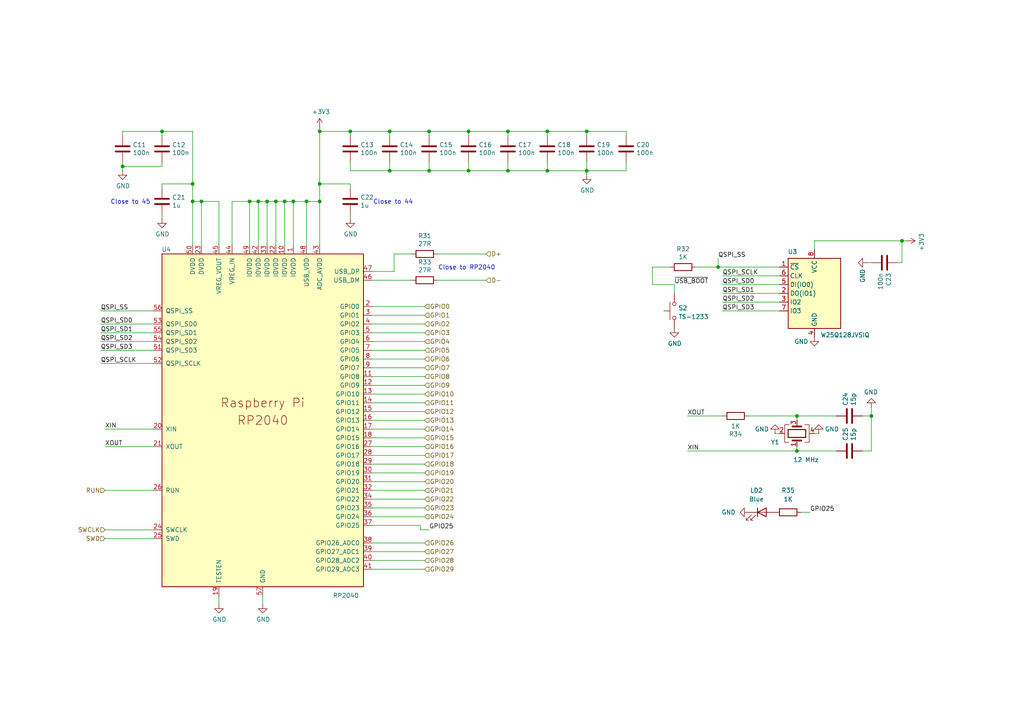
<source format=kicad_sch>
(kicad_sch (version 20250114) (generator "eeschema") (generator_version "9.0")
  (paper "A4")
  (title_block (title "FRANK RM1Z") (date "2025-03-06") (rev "1.00") (company "Mikhail Matveev") (comment 1 "https://github.com/xtremespb/frank"))
  (lib_symbols
    (symbol "+3V3_1" (power) (pin_numbers (hide yes)) (pin_names (offset 0) (hide yes))
      (property "Value" "+3V3" (at 0 3.556 0))
      (symbol "+3V3_1_0_1"
        (polyline (pts (xy -0.762 1.27) (xy 0 2.54)))
        (polyline (pts (xy 0 2.54) (xy 0.762 1.27)))
        (polyline (pts (xy 0 0) (xy 0 2.54)))
      )
      (symbol "+3V3_1_1_1"
        (pin power_in line (at 0 0 90) (length 0) (name "~") (number "1"))
      )
    )
    (symbol "Device:C" (pin_numbers (hide yes)) (pin_names (offset 0.254))
      (property "Reference" "C" (at 0.635 2.54 0))
      (property "Value" "C" (at 0.635 -2.54 0))
      (symbol "C_0_1"
        (polyline (pts (xy -2.032 0.762) (xy 2.032 0.762)) (stroke (width 0.508)))
        (polyline (pts (xy -2.032 -0.762) (xy 2.032 -0.762)) (stroke (width 0.508)))
      )
      (symbol "C_1_1"
        (pin passive line (at 0 3.81 270) (length 2.794) (name "~") (number "1"))
        (pin passive line (at 0 -3.81 90) (length 2.794) (name "~") (number "2"))
      )
    )
    (symbol "Device:Crystal_GND24" (pin_names (offset 1.016) (hide yes))
      (property "Reference" "Y" (at 3.175 5.08 0))
      (property "Value" "Crystal_GND24" (at 3.175 3.175 0))
      (symbol "Crystal_GND24_0_1"
        (polyline (pts (xy -2.54 2.286) (xy -2.54 3.556) (xy 2.54 3.556) (xy 2.54 2.286)))
        (polyline (pts (xy -2.54 0) (xy -2.032 0)))
        (polyline (pts (xy -2.54 -2.286) (xy -2.54 -3.556) (xy 2.54 -3.556) (xy 2.54 -2.286)))
        (polyline (pts (xy -2.032 -1.27) (xy -2.032 1.27)) (stroke (width 0.508)))
        (rectangle (start -1.143 2.54) (end 1.143 -2.54) (stroke (width 0.3048)))
        (polyline (pts (xy 0 3.556) (xy 0 3.81)))
        (polyline (pts (xy 0 -3.81) (xy 0 -3.556)))
        (polyline (pts (xy 2.032 0) (xy 2.54 0)))
        (polyline (pts (xy 2.032 -1.27) (xy 2.032 1.27)) (stroke (width 0.508)))
      )
      (symbol "Crystal_GND24_1_1"
        (pin passive line (at -3.81 0 0) (length 1.27) (name "1") (number "1"))
        (pin passive line (at 0 5.08 270) (length 1.27) (name "2") (number "2"))
        (pin passive line (at 0 -5.08 90) (length 1.27) (name "4") (number "4"))
        (pin passive line (at 3.81 0 180) (length 1.27) (name "3") (number "3"))
      )
    )
    (symbol "Device:LED" (pin_numbers (hide yes)) (pin_names (offset 1.016) (hide yes))
      (property "Reference" "D" (at 0 2.54 0))
      (property "Value" "LED" (at 0 -2.54 0))
      (symbol "LED_0_1"
        (polyline (pts (xy -3.048 -0.762) (xy -4.572 -2.286) (xy -3.81 -2.286) (xy -4.572 -2.286) (xy -4.572 -1.524)))
        (polyline (pts (xy -1.778 -0.762) (xy -3.302 -2.286) (xy -2.54 -2.286) (xy -3.302 -2.286) (xy -3.302 -1.524)))
        (polyline (pts (xy -1.27 0) (xy 1.27 0)))
        (polyline (pts (xy -1.27 -1.27) (xy -1.27 1.27)) (stroke (width 0.254)))
        (polyline (pts (xy 1.27 -1.27) (xy 1.27 1.27) (xy -1.27 0) (xy 1.27 -1.27)) (stroke (width 0.254)))
      )
      (symbol "LED_1_1"
        (pin passive line (at -3.81 0 0) (length 2.54) (name "K") (number "1"))
        (pin passive line (at 3.81 0 180) (length 2.54) (name "A") (number "2"))
      )
    )
    (symbol "Device:R" (pin_numbers (hide yes)) (pin_names (offset 0))
      (property "Reference" "R" (at 2.032 0 90))
      (property "Value" "R" (at 0 0 90))
      (symbol "R_0_1"
        (rectangle (start -1.016 -2.54) (end 1.016 2.54) (stroke (width 0.254)))
      )
      (symbol "R_1_1"
        (pin passive line (at 0 3.81 270) (length 1.27) (name "~") (number "1"))
        (pin passive line (at 0 -3.81 90) (length 1.27) (name "~") (number "2"))
      )
    )
    (symbol "FRANK:Flash_W25Q128JVS"
      (property "Reference" "FL1" (at -6.35 12.065 0))
      (property "Value" "W25Q128JVSIQ" (at 8.89 -12.065 0))
      (symbol "Flash_W25Q128JVS_0_1"
        (rectangle (start -7.62 10.16) (end 7.62 -10.16) (stroke (width 0.254)) (fill (type background)))
      )
      (symbol "Flash_W25Q128JVS_1_1"
        (pin input line (at -10.16 7.62 0) (length 2.54) (name "~{CS}") (number "1"))
        (pin input line (at -10.16 5.08 0) (length 2.54) (name "CLK") (number "6"))
        (pin bidirectional line (at -10.16 2.54 0) (length 2.54) (name "DI(IO0)") (number "5"))
        (pin bidirectional line (at -10.16 0 0) (length 2.54) (name "DO(IO1)") (number "2"))
        (pin bidirectional line (at -10.16 -2.54 0) (length 2.54) (name "IO2") (number "3"))
        (pin bidirectional line (at -10.16 -5.08 0) (length 2.54) (name "IO3") (number "7"))
        (pin power_in line (at 0 12.7 270) (length 2.54) (name "VCC") (number "8"))
        (pin power_in line (at 0 -12.7 90) (length 2.54) (name "GND") (number "4"))
      )
    )
    (symbol "FRANK:RP2040" (pin_names (offset 1.016))
      (property "Reference" "RP1" (at -27.94 49.53 0))
      (property "Value" "RP2040" (at 24.13 -50.8 0))
      (symbol "RP2040_0_0"
        (text "Raspberry Pi" (at 0 5.08 0) (effects (font (size 2.54 2.54))))
        (text "RP2040" (at 0 0 0) (effects (font (size 2.54 2.54))))
      )
      (symbol "RP2040_0_1"
        (rectangle (start 29.21 48.26) (end -29.21 -48.26) (stroke (width 0.254)) (fill (type background)))
      )
      (symbol "RP2040_1_1"
        (pin bidirectional line (at -31.75 31.75 0) (length 2.54) (name "QSPI_SS") (number "56"))
        (pin bidirectional line (at -31.75 27.94 0) (length 2.54) (name "QSPI_SD0") (number "53"))
        (pin bidirectional line (at -31.75 25.4 0) (length 2.54) (name "QSPI_SD1") (number "55"))
        (pin bidirectional line (at -31.75 22.86 0) (length 2.54) (name "QSPI_SD2") (number "54"))
        (pin bidirectional line (at -31.75 20.32 0) (length 2.54) (name "QSPI_SD3") (number "51"))
        (pin output line (at -31.75 16.51 0) (length 2.54) (name "QSPI_SCLK") (number "52"))
        (pin input line (at -31.75 -2.54 0) (length 2.54) (name "XIN") (number "20"))
        (pin passive line (at -31.75 -7.62 0) (length 2.54) (name "XOUT") (number "21"))
        (pin input line (at -31.75 -20.32 0) (length 2.54) (name "RUN") (number "26"))
        (pin output line (at -31.75 -31.75 0) (length 2.54) (name "SWCLK") (number "24"))
        (pin bidirectional line (at -31.75 -34.29 0) (length 2.54) (name "SWD") (number "25"))
        (pin power_in line (at -20.32 50.8 270) (length 2.54) (name "DVDD") (number "50"))
        (pin power_in line (at -17.78 50.8 270) (length 2.54) (name "DVDD") (number "23"))
        (pin power_out line (at -12.7 50.8 270) (length 2.54) (name "VREG_VOUT") (number "45"))
        (pin passive line (at -12.7 -50.8 90) (length 2.54) (name "TESTEN") (number "19"))
        (pin power_in line (at -8.89 50.8 270) (length 2.54) (name "VREG_IN") (number "44"))
        (pin power_in line (at -3.81 50.8 270) (length 2.54) (name "IOVDD") (number "49"))
        (pin power_in line (at -1.27 50.8 270) (length 2.54) (name "IOVDD") (number "42"))
        (pin power_in line (at 0 -50.8 90) (length 2.54) (name "GND") (number "57"))
        (pin power_in line (at 1.27 50.8 270) (length 2.54) (name "IOVDD") (number "33"))
        (pin power_in line (at 3.81 50.8 270) (length 2.54) (name "IOVDD") (number "22"))
        (pin power_in line (at 6.35 50.8 270) (length 2.54) (name "IOVDD") (number "10"))
        (pin power_in line (at 8.89 50.8 270) (length 2.54) (name "IOVDD") (number "1"))
        (pin power_in line (at 12.7 50.8 270) (length 2.54) (name "USB_VDD") (number "48"))
        (pin power_in line (at 16.51 50.8 270) (length 2.54) (name "ADC_AVDD") (number "43"))
        (pin bidirectional line (at 31.75 43.18 180) (length 2.54) (name "USB_DP") (number "47"))
        (pin bidirectional line (at 31.75 40.64 180) (length 2.54) (name "USB_DM") (number "46"))
        (pin bidirectional line (at 31.75 33.02 180) (length 2.54) (name "GPIO0") (number "2"))
        (pin bidirectional line (at 31.75 30.48 180) (length 2.54) (name "GPIO1") (number "3"))
        (pin bidirectional line (at 31.75 27.94 180) (length 2.54) (name "GPIO2") (number "4"))
        (pin bidirectional line (at 31.75 25.4 180) (length 2.54) (name "GPIO3") (number "5"))
        (pin bidirectional line (at 31.75 22.86 180) (length 2.54) (name "GPIO4") (number "6"))
        (pin bidirectional line (at 31.75 20.32 180) (length 2.54) (name "GPIO5") (number "7"))
        (pin bidirectional line (at 31.75 17.78 180) (length 2.54) (name "GPIO6") (number "8"))
        (pin bidirectional line (at 31.75 15.24 180) (length 2.54) (name "GPIO7") (number "9"))
        (pin bidirectional line (at 31.75 12.7 180) (length 2.54) (name "GPIO8") (number "11"))
        (pin bidirectional line (at 31.75 10.16 180) (length 2.54) (name "GPIO9") (number "12"))
        (pin bidirectional line (at 31.75 7.62 180) (length 2.54) (name "GPIO10") (number "13"))
        (pin bidirectional line (at 31.75 5.08 180) (length 2.54) (name "GPIO11") (number "14"))
        (pin bidirectional line (at 31.75 2.54 180) (length 2.54) (name "GPIO12") (number "15"))
        (pin bidirectional line (at 31.75 0 180) (length 2.54) (name "GPIO13") (number "16"))
        (pin bidirectional line (at 31.75 -2.54 180) (length 2.54) (name "GPIO14") (number "17"))
        (pin bidirectional line (at 31.75 -5.08 180) (length 2.54) (name "GPIO15") (number "18"))
        (pin bidirectional line (at 31.75 -7.62 180) (length 2.54) (name "GPIO16") (number "27"))
        (pin bidirectional line (at 31.75 -10.16 180) (length 2.54) (name "GPIO17") (number "28"))
        (pin bidirectional line (at 31.75 -12.7 180) (length 2.54) (name "GPIO18") (number "29"))
        (pin bidirectional line (at 31.75 -15.24 180) (length 2.54) (name "GPIO19") (number "30"))
        (pin bidirectional line (at 31.75 -17.78 180) (length 2.54) (name "GPIO20") (number "31"))
        (pin bidirectional line (at 31.75 -20.32 180) (length 2.54) (name "GPIO21") (number "32"))
        (pin bidirectional line (at 31.75 -22.86 180) (length 2.54) (name "GPIO22") (number "34"))
        (pin bidirectional line (at 31.75 -25.4 180) (length 2.54) (name "GPIO23") (number "35"))
        (pin bidirectional line (at 31.75 -27.94 180) (length 2.54) (name "GPIO24") (number "36"))
        (pin bidirectional line (at 31.75 -30.48 180) (length 2.54) (name "GPIO25") (number "37"))
        (pin bidirectional line (at 31.75 -35.56 180) (length 2.54) (name "GPIO26_ADC0") (number "38"))
        (pin bidirectional line (at 31.75 -38.1 180) (length 2.54) (name "GPIO27_ADC1") (number "39"))
        (pin bidirectional line (at 31.75 -40.64 180) (length 2.54) (name "GPIO28_ADC2") (number "40"))
        (pin bidirectional line (at 31.75 -43.18 180) (length 2.54) (name "GPIO29_ADC3") (number "41"))
      )
    )
    (symbol "GND_10" (power) (pin_numbers (hide yes)) (pin_names (offset 0) (hide yes))
      (property "Value" "GND" (at 0 -3.81 0))
      (symbol "GND_10_0_1"
        (polyline (pts (xy 0 0) (xy 0 -1.27) (xy 1.27 -1.27) (xy 0 -2.54) (xy -1.27 -1.27) (xy 0 -1.27)))
      )
      (symbol "GND_10_1_1"
        (pin power_in line (at 0 0 270) (length 0) (name "~") (number "1"))
      )
    )
    (symbol "GND_11" (power) (pin_numbers (hide yes)) (pin_names (offset 0) (hide yes))
      (property "Value" "GND" (at 0 -3.81 0))
      (symbol "GND_11_0_1"
        (polyline (pts (xy 0 0) (xy 0 -1.27) (xy 1.27 -1.27) (xy 0 -2.54) (xy -1.27 -1.27) (xy 0 -1.27)))
      )
      (symbol "GND_11_1_1"
        (pin power_in line (at 0 0 270) (length 0) (name "~") (number "1"))
      )
    )
    (symbol "GND_12" (power) (pin_numbers (hide yes)) (pin_names (offset 0) (hide yes))
      (property "Value" "GND" (at 0 -3.81 0))
      (symbol "GND_12_0_1"
        (polyline (pts (xy 0 0) (xy 0 -1.27) (xy 1.27 -1.27) (xy 0 -2.54) (xy -1.27 -1.27) (xy 0 -1.27)))
      )
      (symbol "GND_12_1_1"
        (pin power_in line (at 0 0 270) (length 0) (name "~") (number "1"))
      )
    )
    (symbol "GND_2" (power) (pin_numbers (hide yes)) (pin_names (offset 0) (hide yes))
      (property "Value" "GND" (at 0 -3.81 0))
      (symbol "GND_2_0_1"
        (polyline (pts (xy 0 0) (xy 0 -1.27) (xy 1.27 -1.27) (xy 0 -2.54) (xy -1.27 -1.27) (xy 0 -1.27)))
      )
      (symbol "GND_2_1_1"
        (pin power_in line (at 0 0 270) (length 0) (name "~") (number "1"))
      )
    )
    (symbol "GND_3" (power) (pin_numbers (hide yes)) (pin_names (offset 0) (hide yes))
      (property "Value" "GND" (at 0 -3.81 0))
      (symbol "GND_3_0_1"
        (polyline (pts (xy 0 0) (xy 0 -1.27) (xy 1.27 -1.27) (xy 0 -2.54) (xy -1.27 -1.27) (xy 0 -1.27)))
      )
      (symbol "GND_3_1_1"
        (pin power_in line (at 0 0 270) (length 0) (name "~") (number "1"))
      )
    )
    (symbol "GND_4" (power) (pin_numbers (hide yes)) (pin_names (offset 0) (hide yes))
      (property "Value" "GND" (at 0 -3.81 0))
      (symbol "GND_4_0_1"
        (polyline (pts (xy 0 0) (xy 0 -1.27) (xy 1.27 -1.27) (xy 0 -2.54) (xy -1.27 -1.27) (xy 0 -1.27)))
      )
      (symbol "GND_4_1_1"
        (pin power_in line (at 0 0 270) (length 0) (name "~") (number "1"))
      )
    )
    (symbol "GND_5" (power) (pin_numbers (hide yes)) (pin_names (offset 0) (hide yes))
      (property "Value" "GND" (at 0 -3.81 0))
      (symbol "GND_5_0_1"
        (polyline (pts (xy 0 0) (xy 0 -1.27) (xy 1.27 -1.27) (xy 0 -2.54) (xy -1.27 -1.27) (xy 0 -1.27)))
      )
      (symbol "GND_5_1_1"
        (pin power_in line (at 0 0 270) (length 0) (name "~") (number "1"))
      )
    )
    (symbol "GND_6" (power) (pin_numbers (hide yes)) (pin_names (offset 0) (hide yes))
      (property "Value" "GND" (at 0 -3.81 0))
      (symbol "GND_6_0_1"
        (polyline (pts (xy 0 0) (xy 0 -1.27) (xy 1.27 -1.27) (xy 0 -2.54) (xy -1.27 -1.27) (xy 0 -1.27)))
      )
      (symbol "GND_6_1_1"
        (pin power_in line (at 0 0 270) (length 0) (name "~") (number "1"))
      )
    )
    (symbol "GND_7" (power) (pin_numbers (hide yes)) (pin_names (offset 0) (hide yes))
      (property "Value" "GND" (at 0 -3.81 0))
      (symbol "GND_7_0_1"
        (polyline (pts (xy 0 0) (xy 0 -1.27) (xy 1.27 -1.27) (xy 0 -2.54) (xy -1.27 -1.27) (xy 0 -1.27)))
      )
      (symbol "GND_7_1_1"
        (pin power_in line (at 0 0 270) (length 0) (name "~") (number "1"))
      )
    )
    (symbol "GND_8" (power) (pin_numbers (hide yes)) (pin_names (offset 0) (hide yes))
      (property "Value" "GND" (at 0 -3.81 0))
      (symbol "GND_8_0_1"
        (polyline (pts (xy 0 0) (xy 0 -1.27) (xy 1.27 -1.27) (xy 0 -2.54) (xy -1.27 -1.27) (xy 0 -1.27)))
      )
      (symbol "GND_8_1_1"
        (pin power_in line (at 0 0 270) (length 0) (name "~") (number "1"))
      )
    )
    (symbol "GND_9" (power) (pin_numbers (hide yes)) (pin_names (offset 0) (hide yes))
      (property "Value" "GND" (at 0 -3.81 0))
      (symbol "GND_9_0_1"
        (polyline (pts (xy 0 0) (xy 0 -1.27) (xy 1.27 -1.27) (xy 0 -2.54) (xy -1.27 -1.27) (xy 0 -1.27)))
      )
      (symbol "GND_9_1_1"
        (pin power_in line (at 0 0 270) (length 0) (name "~") (number "1"))
      )
    )
    (symbol "Switch:SW_Push" (pin_numbers (hide yes)) (pin_names (offset 1.016) (hide yes))
      (property "Reference" "SW" (at 1.27 2.54 0))
      (property "Value" "SW_Push" (at 0 -1.524 0))
      (symbol "SW_Push_0_1"
        (circle (center -2.032 0) (radius 0.508))
        (polyline (pts (xy 0 1.27) (xy 0 3.048)))
        (circle (center 2.032 0) (radius 0.508))
        (polyline (pts (xy 2.54 1.27) (xy -2.54 1.27)))
        (pin passive line (at -5.08 0 0) (length 2.54) (name "1") (number "1"))
        (pin passive line (at 5.08 0 180) (length 2.54) (name "2") (number "2"))
      )
    )
    (symbol "power:+3V3" (power) (pin_numbers (hide yes)) (pin_names (offset 0) (hide yes))
      (property "Value" "+3V3" (at 0 3.556 0))
      (symbol "+3V3_0_1"
        (polyline (pts (xy -0.762 1.27) (xy 0 2.54)))
        (polyline (pts (xy 0 2.54) (xy 0.762 1.27)))
        (polyline (pts (xy 0 0) (xy 0 2.54)))
      )
      (symbol "+3V3_1_1"
        (pin power_in line (at 0 0 90) (length 0) (name "~") (number "1"))
      )
    )
    (symbol "power:GND" (power) (pin_numbers (hide yes)) (pin_names (offset 0) (hide yes))
      (property "Value" "GND" (at 0 -3.81 0))
      (symbol "GND_0_1"
        (polyline (pts (xy 0 0) (xy 0 -1.27) (xy 1.27 -1.27) (xy 0 -2.54) (xy -1.27 -1.27) (xy 0 -1.27)))
      )
      (symbol "GND_1_1"
        (pin power_in line (at 0 0 270) (length 0) (name "~") (number "1"))
      )
    )
  )
  (text "Close to 44" (at 114.046 58.674 0) (effects (font (size 1.27 1.27))))
  (text "Close to RP2040" (at 135.382 77.724 0) (effects (font (size 1.27 1.27))))
  (text "Close to 45" (at 37.846 58.674 0) (effects (font (size 1.27 1.27))))
  (junction (at 58.42 58.42))
  (junction (at 252.73 120.65))
  (junction (at 113.03 49.53))
  (junction (at 88.9 58.42))
  (junction (at 101.6 38.1))
  (junction (at 158.75 49.53))
  (junction (at 72.39 58.42))
  (junction (at 170.18 38.1))
  (junction (at 82.55 58.42))
  (junction (at 92.71 53.34))
  (junction (at 170.18 49.53))
  (junction (at 35.56 48.26))
  (junction (at 147.32 49.53))
  (junction (at 80.01 58.42))
  (junction (at 135.89 38.1))
  (junction (at 55.88 53.34))
  (junction (at 113.03 38.1))
  (junction (at 46.99 38.1))
  (junction (at 208.28 77.47))
  (junction (at 135.89 49.53))
  (junction (at 92.71 38.1))
  (junction (at 85.09 58.42))
  (junction (at 74.93 58.42))
  (junction (at 231.14 120.65))
  (junction (at 158.75 38.1))
  (junction (at 124.46 38.1))
  (junction (at 92.71 58.42))
  (junction (at 55.88 58.42))
  (junction (at 77.47 58.42))
  (junction (at 261.62 69.85))
  (junction (at 231.14 130.81))
  (junction (at 124.46 49.53))
  (junction (at 147.32 38.1))
  (wire (pts (xy 58.42 58.42) (xy 55.88 58.42)))
  (wire (pts (xy 226.06 82.55) (xy 209.55 82.55)))
  (wire (pts (xy 127 73.66) (xy 140.97 73.66)))
  (wire (pts (xy 107.95 104.14) (xy 123.19 104.14)))
  (wire (pts (xy 29.21 99.06) (xy 44.45 99.06)))
  (wire (pts (xy 121.92 152.4) (xy 107.95 152.4)))
  (wire (pts (xy 46.99 48.26) (xy 46.99 46.99)))
  (wire (pts (xy 170.18 46.99) (xy 170.18 49.53)))
  (wire (pts (xy 189.23 82.55) (xy 189.23 77.47)))
  (wire (pts (xy 114.3 73.66) (xy 114.3 78.74)))
  (wire (pts (xy 82.55 58.42) (xy 85.09 58.42)))
  (wire (pts (xy 158.75 39.37) (xy 158.75 38.1)))
  (wire (pts (xy 92.71 38.1) (xy 101.6 38.1)))
  (wire (pts (xy 101.6 46.99) (xy 101.6 49.53)))
  (wire (pts (xy 101.6 39.37) (xy 101.6 38.1)))
  (wire (pts (xy 67.31 58.42) (xy 72.39 58.42)))
  (wire (pts (xy 252.73 130.81) (xy 252.73 120.65)))
  (wire (pts (xy 252.73 76.2) (xy 251.46 76.2)))
  (wire (pts (xy 181.61 39.37) (xy 181.61 38.1)))
  (wire (pts (xy 107.95 142.24) (xy 123.19 142.24)))
  (wire (pts (xy 107.95 160.02) (xy 123.19 160.02)))
  (wire (pts (xy 113.03 39.37) (xy 113.03 38.1)))
  (wire (pts (xy 260.35 76.2) (xy 261.62 76.2)))
  (wire (pts (xy 101.6 62.23) (xy 101.6 63.5)))
  (wire (pts (xy 80.01 58.42) (xy 82.55 58.42)))
  (wire (pts (xy 242.57 130.81) (xy 231.14 130.81)))
  (wire (pts (xy 92.71 58.42) (xy 92.71 71.12)))
  (wire (pts (xy 63.5 71.12) (xy 63.5 58.42)))
  (wire (pts (xy 107.95 165.1) (xy 123.19 165.1)))
  (wire (pts (xy 195.58 85.09) (xy 195.58 82.55)))
  (wire (pts (xy 113.03 46.99) (xy 113.03 49.53)))
  (wire (pts (xy 236.22 69.85) (xy 261.62 69.85)))
  (wire (pts (xy 46.99 39.37) (xy 46.99 38.1)))
  (wire (pts (xy 208.28 77.47) (xy 226.06 77.47)))
  (wire (pts (xy 107.95 127) (xy 123.19 127)))
  (wire (pts (xy 189.23 77.47) (xy 194.31 77.47)))
  (wire (pts (xy 107.95 96.52) (xy 123.19 96.52)))
  (wire (pts (xy 181.61 46.99) (xy 181.61 49.53)))
  (wire (pts (xy 250.19 130.81) (xy 252.73 130.81)))
  (wire (pts (xy 46.99 62.23) (xy 46.99 63.5)))
  (wire (pts (xy 107.95 101.6) (xy 123.19 101.6)))
  (wire (pts (xy 46.99 54.61) (xy 46.99 53.34)))
  (wire (pts (xy 92.71 53.34) (xy 92.71 58.42)))
  (wire (pts (xy 29.21 105.41) (xy 44.45 105.41)))
  (wire (pts (xy 92.71 38.1) (xy 92.71 53.34)))
  (wire (pts (xy 127 81.28) (xy 140.97 81.28)))
  (wire (pts (xy 101.6 54.61) (xy 101.6 53.34)))
  (wire (pts (xy 88.9 71.12) (xy 88.9 58.42)))
  (wire (pts (xy 158.75 46.99) (xy 158.75 49.53)))
  (wire (pts (xy 55.88 53.34) (xy 55.88 58.42)))
  (wire (pts (xy 44.45 153.67) (xy 30.48 153.67)))
  (wire (pts (xy 107.95 124.46) (xy 123.19 124.46)))
  (wire (pts (xy 242.57 120.65) (xy 231.14 120.65)))
  (wire (pts (xy 107.95 139.7) (xy 123.19 139.7)))
  (wire (pts (xy 147.32 49.53) (xy 135.89 49.53)))
  (wire (pts (xy 72.39 58.42) (xy 74.93 58.42)))
  (wire (pts (xy 226.06 90.17) (xy 209.55 90.17)))
  (wire (pts (xy 101.6 38.1) (xy 113.03 38.1)))
  (wire (pts (xy 237.49 125.73) (xy 236.22 125.73)))
  (wire (pts (xy 209.55 80.01) (xy 226.06 80.01)))
  (wire (pts (xy 107.95 162.56) (xy 123.19 162.56)))
  (wire (pts (xy 67.31 71.12) (xy 67.31 58.42)))
  (wire (pts (xy 88.9 58.42) (xy 92.71 58.42)))
  (wire (pts (xy 46.99 53.34) (xy 55.88 53.34)))
  (wire (pts (xy 201.93 77.47) (xy 208.28 77.47)))
  (wire (pts (xy 35.56 46.99) (xy 35.56 48.26)))
  (wire (pts (xy 135.89 38.1) (xy 147.32 38.1)))
  (wire (pts (xy 107.95 99.06) (xy 123.19 99.06)))
  (wire (pts (xy 107.95 114.3) (xy 123.19 114.3)))
  (wire (pts (xy 147.32 38.1) (xy 158.75 38.1)))
  (wire (pts (xy 231.14 121.92) (xy 231.14 120.65)))
  (wire (pts (xy 55.88 38.1) (xy 55.88 53.34)))
  (wire (pts (xy 226.06 85.09) (xy 209.55 85.09)))
  (wire (pts (xy 236.22 72.39) (xy 236.22 69.85)))
  (wire (pts (xy 170.18 38.1) (xy 181.61 38.1)))
  (wire (pts (xy 250.19 120.65) (xy 252.73 120.65)))
  (wire (pts (xy 231.14 129.54) (xy 231.14 130.81)))
  (wire (pts (xy 114.3 73.66) (xy 119.38 73.66)))
  (wire (pts (xy 107.95 147.32) (xy 123.19 147.32)))
  (wire (pts (xy 107.95 129.54) (xy 123.19 129.54)))
  (wire (pts (xy 80.01 71.12) (xy 80.01 58.42)))
  (wire (pts (xy 147.32 46.99) (xy 147.32 49.53)))
  (wire (pts (xy 72.39 71.12) (xy 72.39 58.42)))
  (wire (pts (xy 107.95 106.68) (xy 123.19 106.68)))
  (wire (pts (xy 231.14 130.81) (xy 199.39 130.81)))
  (wire (pts (xy 158.75 38.1) (xy 170.18 38.1)))
  (wire (pts (xy 113.03 38.1) (xy 124.46 38.1)))
  (wire (pts (xy 63.5 172.72) (xy 63.5 175.26)))
  (wire (pts (xy 29.21 96.52) (xy 44.45 96.52)))
  (wire (pts (xy 107.95 132.08) (xy 123.19 132.08)))
  (wire (pts (xy 232.41 148.59) (xy 234.95 148.59)))
  (wire (pts (xy 209.55 120.65) (xy 199.39 120.65)))
  (wire (pts (xy 107.95 116.84) (xy 123.19 116.84)))
  (wire (pts (xy 107.95 78.74) (xy 114.3 78.74)))
  (wire (pts (xy 124.46 46.99) (xy 124.46 49.53)))
  (wire (pts (xy 262.89 69.85) (xy 261.62 69.85)))
  (wire (pts (xy 147.32 39.37) (xy 147.32 38.1)))
  (wire (pts (xy 231.14 120.65) (xy 217.17 120.65)))
  (wire (pts (xy 107.95 81.28) (xy 119.38 81.28)))
  (wire (pts (xy 35.56 48.26) (xy 46.99 48.26)))
  (wire (pts (xy 124.46 39.37) (xy 124.46 38.1)))
  (wire (pts (xy 29.21 90.17) (xy 44.45 90.17)))
  (wire (pts (xy 107.95 91.44) (xy 123.19 91.44)))
  (wire (pts (xy 158.75 49.53) (xy 147.32 49.53)))
  (wire (pts (xy 92.71 53.34) (xy 101.6 53.34)))
  (wire (pts (xy 252.73 120.65) (xy 252.73 118.11)))
  (wire (pts (xy 170.18 49.53) (xy 181.61 49.53)))
  (wire (pts (xy 55.88 58.42) (xy 55.88 71.12)))
  (wire (pts (xy 195.58 82.55) (xy 189.23 82.55)))
  (wire (pts (xy 44.45 142.24) (xy 30.48 142.24)))
  (wire (pts (xy 44.45 156.21) (xy 30.48 156.21)))
  (wire (pts (xy 170.18 39.37) (xy 170.18 38.1)))
  (wire (pts (xy 85.09 58.42) (xy 88.9 58.42)))
  (wire (pts (xy 121.92 153.67) (xy 124.46 153.67)))
  (wire (pts (xy 107.95 119.38) (xy 123.19 119.38)))
  (wire (pts (xy 135.89 46.99) (xy 135.89 49.53)))
  (wire (pts (xy 113.03 49.53) (xy 101.6 49.53)))
  (wire (pts (xy 63.5 58.42) (xy 58.42 58.42)))
  (wire (pts (xy 135.89 39.37) (xy 135.89 38.1)))
  (wire (pts (xy 226.06 87.63) (xy 209.55 87.63)))
  (wire (pts (xy 30.48 124.46) (xy 44.45 124.46)))
  (wire (pts (xy 124.46 38.1) (xy 135.89 38.1)))
  (wire (pts (xy 107.95 93.98) (xy 123.19 93.98)))
  (wire (pts (xy 135.89 49.53) (xy 124.46 49.53)))
  (wire (pts (xy 92.71 36.83) (xy 92.71 38.1)))
  (wire (pts (xy 121.92 153.67) (xy 121.92 152.4)))
  (wire (pts (xy 226.06 125.73) (xy 224.79 125.73)))
  (wire (pts (xy 107.95 121.92) (xy 123.19 121.92)))
  (wire (pts (xy 208.28 74.93) (xy 208.28 77.47)))
  (wire (pts (xy 124.46 49.53) (xy 113.03 49.53)))
  (wire (pts (xy 77.47 58.42) (xy 80.01 58.42)))
  (wire (pts (xy 46.99 38.1) (xy 55.88 38.1)))
  (wire (pts (xy 107.95 111.76) (xy 123.19 111.76)))
  (wire (pts (xy 85.09 58.42) (xy 85.09 71.12)))
  (wire (pts (xy 107.95 137.16) (xy 123.19 137.16)))
  (wire (pts (xy 29.21 93.98) (xy 44.45 93.98)))
  (wire (pts (xy 35.56 38.1) (xy 46.99 38.1)))
  (wire (pts (xy 35.56 39.37) (xy 35.56 38.1)))
  (wire (pts (xy 35.56 48.26) (xy 35.56 49.53)))
  (wire (pts (xy 158.75 49.53) (xy 170.18 49.53)))
  (wire (pts (xy 74.93 71.12) (xy 74.93 58.42)))
  (wire (pts (xy 30.48 129.54) (xy 44.45 129.54)))
  (wire (pts (xy 76.2 172.72) (xy 76.2 175.26)))
  (wire (pts (xy 74.93 58.42) (xy 77.47 58.42)))
  (wire (pts (xy 170.18 49.53) (xy 170.18 50.8)))
  (wire (pts (xy 107.95 134.62) (xy 123.19 134.62)))
  (wire (pts (xy 107.95 109.22) (xy 123.19 109.22)))
  (wire (pts (xy 77.47 71.12) (xy 77.47 58.42)))
  (wire (pts (xy 58.42 71.12) (xy 58.42 58.42)))
  (wire (pts (xy 107.95 157.48) (xy 123.19 157.48)))
  (wire (pts (xy 107.95 149.86) (xy 123.19 149.86)))
  (wire (pts (xy 261.62 76.2) (xy 261.62 69.85)))
  (wire (pts (xy 29.21 101.6) (xy 44.45 101.6)))
  (wire (pts (xy 107.95 88.9) (xy 123.19 88.9)))
  (wire (pts (xy 82.55 71.12) (xy 82.55 58.42)))
  (wire (pts (xy 107.95 144.78) (xy 123.19 144.78)))
  (label "QSPI_SD2" (at 209.55 87.63 0))
  (label "QSPI_SCLK" (at 29.21 105.41 0))
  (label "QSPI_SD0" (at 29.21 93.98 0))
  (label "QSPI_SS" (at 208.28 74.93 0))
  (label "XIN" (at 30.48 124.46 0))
  (label "QSPI_SCLK" (at 209.55 80.01 0))
  (label "QSPI_SD1" (at 29.21 96.52 0))
  (label "QSPI_SD3" (at 29.21 101.6 0))
  (label "GPIO25" (at 234.95 148.59 0))
  (label "XIN" (at 199.39 130.81 0))
  (label "GPIO25" (at 124.46 153.67 0))
  (label "~{USB_BOOT}" (at 195.58 82.55 0))
  (label "QSPI_SD0" (at 209.55 82.55 0))
  (label "XOUT" (at 199.39 120.65 0))
  (label "XOUT" (at 30.48 129.54 0))
  (label "QSPI_SD1" (at 209.55 85.09 0))
  (label "QSPI_SD3" (at 209.55 90.17 0))
  (label "QSPI_SD2" (at 29.21 99.06 0))
  (label "QSPI_SS" (at 29.21 90.17 0))
  (hierarchical_label "GPIO18" (shape input) (at 123.19 134.62 0))
  (hierarchical_label "GPIO29" (shape input) (at 123.19 165.1 0))
  (hierarchical_label "GPIO3" (shape input) (at 123.19 96.52 0))
  (hierarchical_label "GPIO15" (shape input) (at 123.19 127 0))
  (hierarchical_label "GPIO21" (shape input) (at 123.19 142.24 0))
  (hierarchical_label "GPIO16" (shape input) (at 123.19 129.54 0))
  (hierarchical_label "GPIO1" (shape input) (at 123.19 91.44 0))
  (hierarchical_label "D-" (shape input) (at 140.97 81.28 0))
  (hierarchical_label "GPIO11" (shape input) (at 123.19 116.84 0))
  (hierarchical_label "GPIO27" (shape input) (at 123.19 160.02 0))
  (hierarchical_label "D+" (shape input) (at 140.97 73.66 0))
  (hierarchical_label "GPIO20" (shape input) (at 123.19 139.7 0))
  (hierarchical_label "GPIO14" (shape input) (at 123.19 124.46 0))
  (hierarchical_label "GPIO8" (shape input) (at 123.19 109.22 0))
  (hierarchical_label "GPIO26" (shape input) (at 123.19 157.48 0))
  (hierarchical_label "GPIO22" (shape input) (at 123.19 144.78 0))
  (hierarchical_label "GPIO4" (shape input) (at 123.19 99.06 0))
  (hierarchical_label "GPIO7" (shape input) (at 123.19 106.68 0))
  (hierarchical_label "GPIO10" (shape input) (at 123.19 114.3 0))
  (hierarchical_label "SWD" (shape input) (at 30.48 156.21 180))
  (hierarchical_label "GPIO28" (shape input) (at 123.19 162.56 0))
  (hierarchical_label "GPIO23" (shape input) (at 123.19 147.32 0))
  (hierarchical_label "GPIO0" (shape input) (at 123.19 88.9 0))
  (hierarchical_label "GPIO5" (shape input) (at 123.19 101.6 0))
  (hierarchical_label "SWCLK" (shape input) (at 30.48 153.67 180))
  (hierarchical_label "GPIO13" (shape input) (at 123.19 121.92 0))
  (hierarchical_label "GPIO6" (shape input) (at 123.19 104.14 0))
  (hierarchical_label "GPIO2" (shape input) (at 123.19 93.98 0))
  (hierarchical_label "GPIO17" (shape input) (at 123.19 132.08 0))
  (hierarchical_label "GPIO12" (shape input) (at 123.19 119.38 0))
  (hierarchical_label "GPIO9" (shape input) (at 123.19 111.76 0))
  (hierarchical_label "GPIO24" (shape input) (at 123.19 149.86 0))
  (hierarchical_label "GPIO19" (shape input) (at 123.19 137.16 0))
  (hierarchical_label "RUN" (shape input) (at 30.48 142.24 180))
  (symbol (lib_id "Device:C") (at 46.99 43.18 0) (unit 1)
    (property "Reference" "C12" (at 49.911 42.0116 0) (effects (justify left)))
    (property "Value" "100n" (at 49.911 44.323 0) (effects (justify left)))
    (property "Footprint" "FRANK:Capacitor (0805)" (effects (hide yes)))
    (property "Datasheet" "https://eu.mouser.com/datasheet/2/447/KEM_C1075_X7R_HT_SMD-3316221.pdf" (effects (hide yes)))
    (property "AliExpress" "https://www.aliexpress.com/item/33008008276.html" (effects (hide yes)))
  )
  (symbol (lib_id "FRANK:RP2040") (at 76.2 121.92 0) (unit 1)
    (property "Reference" "U4" (at 48.26 72.39 0))
    (property "Value" "RP2040" (at 100.33 172.72 0))
    (property "Footprint" "FRANK:QFN 56" (effects (hide yes)))
    (property "Datasheet" "https://datasheets.raspberrypi.com/rp2040/rp2040-datasheet.pdf" (effects (hide yes)))
    (property "AliExpress" "https://www.aliexpress.com/item/1005007275652762.html" (effects (hide yes)))
  )
  (symbol (lib_id "Device:R") (at 228.6 148.59 90) (unit 1)
    (property "Reference" "R35" (at 228.6 142.24 90))
    (property "Value" "1K" (at 228.6 144.78 90))
    (property "Footprint" "FRANK:Resistor (0805)" (effects (hide yes)))
    (property "Datasheet" "https://www.vishay.com/docs/28952/mcs0402at-mct0603at-mcu0805at-mca1206at.pdf" (effects (hide yes)))
    (property "Description" "Resistor" (effects (hide yes)))
    (property "AliExpress" "https://www.aliexpress.com/item/1005005945735199.html" (effects (hide yes)))
  )
  (symbol (lib_id "Device:Crystal_GND24") (at 231.14 125.73 90) (unit 1)
    (property "Reference" "Y1" (at 226.06 128.27 90) (effects (justify left)))
    (property "Value" "12 MHz" (at 237.49 133.35 90) (effects (justify left)))
    (property "Footprint" "FRANK:Crystal (3225)" (effects (hide yes)))
    (property "Datasheet" "https://eu.mouser.com/datasheet/2/905/c_NX3225SA_e-1317523.pdf" (effects (hide yes)))
    (property "Description" "ABM8-272-T3" (effects (hide yes)))
    (property "AliExpress" "https://www.aliexpress.com/item/1005004661413307.html" (effects (hide yes)))
  )
  (symbol (lib_name "+3V3_1") (lib_id "power:+3V3") (at 92.71 36.83 0) (unit 1)
    (property "Reference" "#PWR054" (effects (hide yes)))
    (property "Value" "+3V3" (at 93.091 32.4358 0))
    (property "Description" "Power symbol creates a global label with name \"+3V3\"" (effects (hide yes)))
  )
  (symbol (lib_id "FRANK:Flash_W25Q128JVS") (at 236.22 85.09 0) (unit 1)
    (property "Reference" "U3" (at 229.87 73.025 0))
    (property "Value" "W25Q128JVSIQ" (at 245.11 97.155 0))
    (property "Footprint" "FRANK:SOIC-8" (effects (hide yes)))
    (property "Datasheet" "https://www.winbond.com/resource-files/w25q128jv_dtr%20revc%2003272018%20plus.pdf" (effects (hide yes)))
    (property "Description" "128Mb Serial Flash Memory, Standard/Dual/Quad SPI, SOIC-8" (effects (hide yes)))
    (property "AliExpress" "https://www.aliexpress.com/item/1005007820627233.html" (effects (hide yes)))
  )
  (symbol (lib_id "Device:C") (at 135.89 43.18 0) (unit 1)
    (property "Reference" "C16" (at 138.811 42.0116 0) (effects (justify left)))
    (property "Value" "100n" (at 138.811 44.323 0) (effects (justify left)))
    (property "Footprint" "FRANK:Capacitor (0805)" (effects (hide yes)))
    (property "Datasheet" "https://eu.mouser.com/datasheet/2/447/KEM_C1075_X7R_HT_SMD-3316221.pdf" (effects (hide yes)))
    (property "AliExpress" "https://www.aliexpress.com/item/33008008276.html" (effects (hide yes)))
  )
  (symbol (lib_name "GND_2") (lib_id "power:GND") (at 217.17 148.59 270) (unit 1)
    (property "Reference" "#PWR066" (effects (hide yes)))
    (property "Value" "GND" (at 213.36 148.5899 90) (effects (justify right)))
    (property "Description" "Power symbol creates a global label with name \"GND\" , ground" (effects (hide yes)))
  )
  (symbol (lib_id "Device:R") (at 123.19 81.28 270) (unit 1)
    (property "Reference" "R33" (at 123.19 76.0222 90))
    (property "Value" "27R" (at 123.19 78.3336 90))
    (property "Footprint" "FRANK:Resistor (0805)" (effects (hide yes)))
    (property "Datasheet" "https://www.vishay.com/docs/28952/mcs0402at-mct0603at-mcu0805at-mca1206at.pdf" (effects (hide yes)))
    (property "AliExpress" "https://www.aliexpress.com/item/1005005945735199.html" (effects (hide yes)))
  )
  (symbol (lib_id "Device:R") (at 123.19 73.66 270) (unit 1)
    (property "Reference" "R31" (at 123.19 68.4022 90))
    (property "Value" "27R" (at 123.19 70.7136 90))
    (property "Footprint" "FRANK:Resistor (0805)" (effects (hide yes)))
    (property "Datasheet" "https://www.vishay.com/docs/28952/mcs0402at-mct0603at-mcu0805at-mca1206at.pdf" (effects (hide yes)))
    (property "AliExpress" "https://www.aliexpress.com/item/1005005945735199.html" (effects (hide yes)))
  )
  (symbol (lib_name "GND_4") (lib_id "power:GND") (at 46.99 63.5 0) (unit 1)
    (property "Reference" "#PWR057" (effects (hide yes)))
    (property "Value" "GND" (at 47.117 67.8942 0))
    (property "Description" "Power symbol creates a global label with name \"GND\" , ground" (effects (hide yes)))
  )
  (symbol (lib_id "power:+3V3") (at 262.89 69.85 270) (unit 1)
    (property "Reference" "#PWR059" (effects (hide yes)))
    (property "Value" "+3V3" (at 267.2842 70.231 0))
    (property "Description" "Power symbol creates a global label with name \"+3V3\"" (effects (hide yes)))
  )
  (symbol (lib_id "Device:R") (at 213.36 120.65 90) (unit 1)
    (property "Reference" "R34" (at 213.36 125.9078 90))
    (property "Value" "1K" (at 213.36 123.5964 90))
    (property "Footprint" "FRANK:Resistor (0805)" (effects (hide yes)))
    (property "Datasheet" "https://www.vishay.com/docs/28952/mcs0402at-mct0603at-mcu0805at-mca1206at.pdf" (effects (hide yes)))
    (property "AliExpress" "https://www.aliexpress.com/item/1005005945735199.html" (effects (hide yes)))
  )
  (symbol (lib_name "GND_6") (lib_id "power:GND") (at 76.2 175.26 0) (unit 1)
    (property "Reference" "#PWR068" (effects (hide yes)))
    (property "Value" "GND" (at 76.327 179.6542 0))
    (property "Description" "Power symbol creates a global label with name \"GND\" , ground" (effects (hide yes)))
  )
  (symbol (lib_id "Device:C") (at 35.56 43.18 0) (unit 1)
    (property "Reference" "C11" (at 38.481 42.0116 0) (effects (justify left)))
    (property "Value" "100n" (at 38.481 44.323 0) (effects (justify left)))
    (property "Footprint" "FRANK:Capacitor (0805)" (effects (hide yes)))
    (property "Datasheet" "https://eu.mouser.com/datasheet/2/447/KEM_C1075_X7R_HT_SMD-3316221.pdf" (effects (hide yes)))
    (property "AliExpress" "https://www.aliexpress.com/item/33008008276.html" (effects (hide yes)))
  )
  (symbol (lib_name "GND_10") (lib_id "power:GND") (at 236.22 97.79 0) (unit 1)
    (property "Reference" "#PWR062" (effects (hide yes)))
    (property "Value" "GND" (at 232.41 99.06 0))
    (property "Description" "Power symbol creates a global label with name \"GND\" , ground" (effects (hide yes)))
  )
  (symbol (lib_name "GND_12") (lib_id "power:GND") (at 237.49 125.73 180) (unit 1)
    (property "Reference" "#PWR065" (effects (hide yes)))
    (property "Value" "GND" (at 241.3 124.46 0))
    (property "Description" "Power symbol creates a global label with name \"GND\" , ground" (effects (hide yes)))
  )
  (symbol (lib_name "GND_3") (lib_id "power:GND") (at 35.56 49.53 0) (unit 1)
    (property "Reference" "#PWR055" (effects (hide yes)))
    (property "Value" "GND" (at 35.687 53.9242 0))
    (property "Description" "Power symbol creates a global label with name \"GND\" , ground" (effects (hide yes)))
  )
  (symbol (lib_id "Device:C") (at 101.6 43.18 0) (unit 1)
    (property "Reference" "C13" (at 104.521 42.0116 0) (effects (justify left)))
    (property "Value" "100n" (at 104.521 44.323 0) (effects (justify left)))
    (property "Footprint" "FRANK:Capacitor (0805)" (effects (hide yes)))
    (property "Datasheet" "https://eu.mouser.com/datasheet/2/447/KEM_C1075_X7R_HT_SMD-3316221.pdf" (effects (hide yes)))
    (property "AliExpress" "https://www.aliexpress.com/item/33008008276.html" (effects (hide yes)))
  )
  (symbol (lib_name "GND_11") (lib_id "power:GND") (at 224.79 125.73 180) (unit 1)
    (property "Reference" "#PWR064" (effects (hide yes)))
    (property "Value" "GND" (at 220.98 124.46 0))
    (property "Description" "Power symbol creates a global label with name \"GND\" , ground" (effects (hide yes)))
  )
  (symbol (lib_name "GND_9") (lib_id "power:GND") (at 251.46 76.2 270) (unit 1)
    (property "Reference" "#PWR060" (effects (hide yes)))
    (property "Value" "GND" (at 250.19 80.01 0))
    (property "Description" "Power symbol creates a global label with name \"GND\" , ground" (effects (hide yes)))
  )
  (symbol (lib_id "Device:C") (at 113.03 43.18 0) (unit 1)
    (property "Reference" "C14" (at 115.951 42.0116 0) (effects (justify left)))
    (property "Value" "100n" (at 115.951 44.323 0) (effects (justify left)))
    (property "Footprint" "FRANK:Capacitor (0805)" (effects (hide yes)))
    (property "Datasheet" "https://eu.mouser.com/datasheet/2/447/KEM_C1075_X7R_HT_SMD-3316221.pdf" (effects (hide yes)))
    (property "AliExpress" "https://www.aliexpress.com/item/33008008276.html" (effects (hide yes)))
  )
  (symbol (lib_id "Device:C") (at 101.6 58.42 0) (unit 1)
    (property "Reference" "C22" (at 104.521 57.2516 0) (effects (justify left)))
    (property "Value" "1u" (at 104.521 59.563 0) (effects (justify left)))
    (property "Footprint" "FRANK:Capacitor (0805)" (effects (hide yes)))
    (property "Datasheet" "https://eu.mouser.com/datasheet/2/40/KGM_X7R-3223212.pdf" (effects (hide yes)))
    (property "AliExpress" "https://www.aliexpress.com/item/33008008276.html" (effects (hide yes)))
  )
  (symbol (lib_id "Device:C") (at 256.54 76.2 270) (unit 1)
    (property "Reference" "C23" (at 257.7084 79.121 0) (effects (justify left)))
    (property "Value" "100n" (at 255.397 79.121 0) (effects (justify left)))
    (property "Footprint" "FRANK:Capacitor (0805)" (effects (hide yes)))
    (property "Datasheet" "https://eu.mouser.com/datasheet/2/447/KEM_C1075_X7R_HT_SMD-3316221.pdf" (effects (hide yes)))
    (property "AliExpress" "https://www.aliexpress.com/item/33008008276.html" (effects (hide yes)))
  )
  (symbol (lib_id "power:GND") (at 195.58 95.25 0) (unit 1)
    (property "Reference" "#PWR061" (effects (hide yes)))
    (property "Value" "GND" (at 195.707 99.6442 0))
  )
  (symbol (lib_id "Device:C") (at 246.38 130.81 90) (unit 1)
    (property "Reference" "C25" (at 245.2116 127.889 0) (effects (justify left)))
    (property "Value" "15p" (at 247.523 127.889 0) (effects (justify left)))
    (property "Footprint" "FRANK:Capacitor (0805)" (effects (hide yes)))
    (property "Datasheet" "https://www.vishay.com/docs/45199/vjcommercialseries.pdf" (effects (hide yes)))
    (property "AliExpress" "https://www.aliexpress.com/item/33008008276.html" (effects (hide yes)))
  )
  (symbol (lib_id "Device:C") (at 181.61 43.18 0) (unit 1)
    (property "Reference" "C20" (at 184.531 42.0116 0) (effects (justify left)))
    (property "Value" "100n" (at 184.531 44.323 0) (effects (justify left)))
    (property "Footprint" "FRANK:Capacitor (0805)" (effects (hide yes)))
    (property "Datasheet" "https://eu.mouser.com/datasheet/2/447/KEM_C1075_X7R_HT_SMD-3316221.pdf" (effects (hide yes)))
    (property "AliExpress" "https://www.aliexpress.com/item/33008008276.html" (effects (hide yes)))
  )
  (symbol (lib_id "Switch:SW_Push") (at 195.58 90.17 90) (unit 1)
    (property "Reference" "S2" (at 196.723 89.3353 90) (effects (justify right)))
    (property "Value" "TS-1233" (at 196.723 91.8722 90) (effects (justify right)))
    (property "Footprint" "FRANK:Button (SMD, 3x3mm, 1-1)" (effects (hide yes)))
    (property "Datasheet" "https://img.klsele.com/admin/product_upload/20150508135408KLS7-TS3302.pdf" (effects (hide yes)))
  )
  (symbol (lib_id "Device:C") (at 246.38 120.65 90) (unit 1)
    (property "Reference" "C24" (at 245.2116 117.729 0) (effects (justify left)))
    (property "Value" "15p" (at 247.523 117.729 0) (effects (justify left)))
    (property "Footprint" "FRANK:Capacitor (0805)" (effects (hide yes)))
    (property "Datasheet" "https://www.vishay.com/docs/45199/vjcommercialseries.pdf" (effects (hide yes)))
    (property "AliExpress" "https://www.aliexpress.com/item/33008008276.html" (effects (hide yes)))
  )
  (symbol (lib_id "Device:LED") (at 220.98 148.59 0) (unit 1)
    (property "Reference" "LD2" (at 219.3925 142.24 0))
    (property "Value" "Blue" (at 219.3925 144.78 0))
    (property "Footprint" "FRANK:LED (0805)" (effects (hide yes)))
    (property "Description" "Light emitting diode" (effects (hide yes)))
    (property "AliExpress" "https://www.aliexpress.com/item/1005007252088951.html" (effects (hide yes)))
    (property "Sim.Pins" "1=K 2=A" (effects (hide yes)))
  )
  (symbol (lib_name "GND_8") (lib_id "power:GND") (at 170.18 50.8 0) (unit 1)
    (property "Reference" "#PWR056" (effects (hide yes)))
    (property "Value" "GND" (at 170.307 55.1942 0))
    (property "Description" "Power symbol creates a global label with name \"GND\" , ground" (effects (hide yes)))
  )
  (symbol (lib_id "power:GND") (at 252.73 118.11 180) (unit 1)
    (property "Reference" "#PWR063" (effects (hide yes)))
    (property "Value" "GND" (at 252.603 113.7158 0))
    (property "Description" "Power symbol creates a global label with name \"GND\" , ground" (effects (hide yes)))
  )
  (symbol (lib_id "Device:C") (at 46.99 58.42 0) (unit 1)
    (property "Reference" "C21" (at 49.911 57.2516 0) (effects (justify left)))
    (property "Value" "1u" (at 49.911 59.563 0) (effects (justify left)))
    (property "Footprint" "FRANK:Capacitor (0805)" (effects (hide yes)))
    (property "Datasheet" "https://eu.mouser.com/datasheet/2/40/KGM_X7R-3223212.pdf" (effects (hide yes)))
    (property "AliExpress" "https://www.aliexpress.com/item/33008008276.html" (effects (hide yes)))
  )
  (symbol (lib_id "Device:C") (at 124.46 43.18 0) (unit 1)
    (property "Reference" "C15" (at 127.381 42.0116 0) (effects (justify left)))
    (property "Value" "100n" (at 127.381 44.323 0) (effects (justify left)))
    (property "Footprint" "FRANK:Capacitor (0805)" (effects (hide yes)))
    (property "Datasheet" "https://eu.mouser.com/datasheet/2/447/KEM_C1075_X7R_HT_SMD-3316221.pdf" (effects (hide yes)))
    (property "AliExpress" "https://www.aliexpress.com/item/33008008276.html" (effects (hide yes)))
  )
  (symbol (lib_id "Device:C") (at 170.18 43.18 0) (unit 1)
    (property "Reference" "C19" (at 173.101 42.0116 0) (effects (justify left)))
    (property "Value" "100n" (at 173.101 44.323 0) (effects (justify left)))
    (property "Footprint" "FRANK:Capacitor (0805)" (effects (hide yes)))
    (property "Datasheet" "https://eu.mouser.com/datasheet/2/447/KEM_C1075_X7R_HT_SMD-3316221.pdf" (effects (hide yes)))
    (property "AliExpress" "https://www.aliexpress.com/item/33008008276.html" (effects (hide yes)))
  )
  (symbol (lib_id "Device:R") (at 198.12 77.47 270) (unit 1)
    (property "Reference" "R32" (at 198.12 72.2122 90))
    (property "Value" "1K" (at 198.12 74.5236 90))
    (property "Footprint" "FRANK:Resistor (0805)" (effects (hide yes)))
    (property "Datasheet" "https://www.vishay.com/docs/28952/mcs0402at-mct0603at-mcu0805at-mca1206at.pdf" (effects (hide yes)))
    (property "AliExpress" "https://www.aliexpress.com/item/1005005945735199.html" (effects (hide yes)))
  )
  (symbol (lib_name "GND_7") (lib_id "power:GND") (at 63.5 175.26 0) (unit 1)
    (property "Reference" "#PWR067" (effects (hide yes)))
    (property "Value" "GND" (at 63.627 179.6542 0))
    (property "Description" "Power symbol creates a global label with name \"GND\" , ground" (effects (hide yes)))
  )
  (symbol (lib_name "GND_5") (lib_id "power:GND") (at 101.6 63.5 0) (unit 1)
    (property "Reference" "#PWR058" (effects (hide yes)))
    (property "Value" "GND" (at 101.727 67.8942 0))
    (property "Description" "Power symbol creates a global label with name \"GND\" , ground" (effects (hide yes)))
  )
  (symbol (lib_id "Device:C") (at 147.32 43.18 0) (unit 1)
    (property "Reference" "C17" (at 150.241 42.0116 0) (effects (justify left)))
    (property "Value" "100n" (at 150.241 44.323 0) (effects (justify left)))
    (property "Footprint" "FRANK:Capacitor (0805)" (effects (hide yes)))
    (property "Datasheet" "https://eu.mouser.com/datasheet/2/447/KEM_C1075_X7R_HT_SMD-3316221.pdf" (effects (hide yes)))
    (property "AliExpress" "https://www.aliexpress.com/item/33008008276.html" (effects (hide yes)))
  )
  (symbol (lib_id "Device:C") (at 158.75 43.18 0) (unit 1)
    (property "Reference" "C18" (at 161.671 42.0116 0) (effects (justify left)))
    (property "Value" "100n" (at 161.671 44.323 0) (effects (justify left)))
    (property "Footprint" "FRANK:Capacitor (0805)" (effects (hide yes)))
    (property "Datasheet" "https://eu.mouser.com/datasheet/2/447/KEM_C1075_X7R_HT_SMD-3316221.pdf" (effects (hide yes)))
    (property "AliExpress" "https://www.aliexpress.com/item/33008008276.html" (effects (hide yes)))
  )
)
</source>
